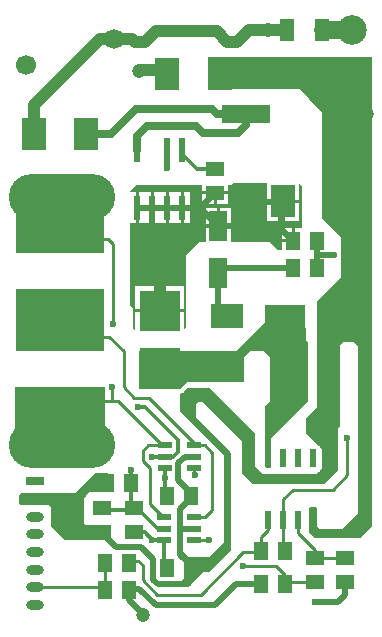
<source format=gtl>
G04 Layer_Physical_Order=1*
G04 Layer_Color=255*
%FSLAX44Y44*%
%MOMM*%
G71*
G01*
G75*
%ADD10O,4.0640X1.5000*%
%ADD11R,4.0640X1.5000*%
%ADD12R,7.3500X2.4000*%
%ADD13R,1.6002X1.2700*%
%ADD14R,0.6000X2.0000*%
%ADD15R,1.5000X2.5000*%
%ADD16R,3.5000X3.5000*%
%ADD17R,3.5000X3.0000*%
%ADD18R,2.1590X2.7430*%
%ADD19R,1.2700X1.6002*%
%ADD20R,2.7430X2.1590*%
%ADD21R,1.3000X1.8500*%
%ADD22R,0.5080X1.5240*%
%ADD23R,1.2000X0.6000*%
%ADD24C,0.5000*%
%ADD25C,1.0000*%
%ADD26C,0.3000*%
%ADD27C,0.7000*%
%ADD28C,0.2540*%
%ADD29C,1.5000*%
%ADD30O,9.0000X3.9000*%
%ADD31R,1.5000X0.8000*%
%ADD32O,1.5000X0.8000*%
%ADD33C,2.5000*%
%ADD34C,1.7000*%
%ADD35C,1.2000*%
%ADD36C,0.6000*%
G36*
X73008Y-335079D02*
Y-373079D01*
X74008Y-374079D01*
X66008Y-382079D01*
X6008D01*
X2008Y-378079D01*
X-2992Y-373079D01*
Y-317079D01*
X73008D01*
Y-335079D01*
D02*
G37*
G36*
X72008Y-287079D02*
X-1992D01*
Y-234079D01*
X72008D01*
Y-287079D01*
D02*
G37*
G36*
X71008Y-146079D02*
X72008Y-147079D01*
Y-188079D01*
Y-204079D01*
X-1992D01*
Y-146079D01*
X2008Y-142079D01*
X3008Y-141079D01*
X66008D01*
X71008Y-146079D01*
D02*
G37*
G36*
X210113Y-158579D02*
X237703D01*
Y-144774D01*
X240008Y-147079D01*
Y-182138D01*
X234188D01*
Y-193139D01*
X232688D01*
Y-194639D01*
X223338D01*
Y-201079D01*
X220008D01*
X219008Y-200079D01*
X213008Y-194079D01*
X179688D01*
Y-182259D01*
X158688D01*
Y-194079D01*
X153008D01*
X151008Y-196079D01*
X142008Y-205079D01*
Y-235079D01*
Y-266079D01*
X140008Y-268079D01*
X139888Y-268199D01*
Y-253919D01*
X98888D01*
Y-268959D01*
X97008Y-267079D01*
Y-266079D01*
Y-251079D01*
X94008Y-248079D01*
Y-217079D01*
Y-151079D01*
X95008Y-150079D01*
X99008Y-146079D01*
X155647D01*
Y-150999D01*
X177649D01*
Y-146079D01*
X180008D01*
X182008Y-144079D01*
X210113D01*
Y-158579D01*
D02*
G37*
G36*
X298837Y-275079D02*
X298837D01*
Y-435250D01*
X290008Y-444079D01*
X289008Y-445079D01*
X251008D01*
X246008Y-440079D01*
Y-422079D01*
Y-420079D01*
X247008Y-419079D01*
X252008D01*
X253008Y-420079D01*
Y-424079D01*
Y-435079D01*
X255008Y-437079D01*
X274008D01*
X283008Y-428079D01*
X287008Y-424079D01*
Y-409079D01*
Y-282079D01*
X284008Y-279079D01*
X275008D01*
X272008Y-282079D01*
Y-305079D01*
Y-350079D01*
X270008Y-352079D01*
Y-373079D01*
Y-388079D01*
X267008Y-391079D01*
X259008Y-399079D01*
X198008D01*
X196008Y-397079D01*
X189008Y-390079D01*
Y-380079D01*
Y-363079D01*
X159008Y-333079D01*
X156008Y-330079D01*
X152008D01*
X151008Y-331079D01*
X150008Y-332079D01*
Y-343079D01*
X155008Y-348079D01*
X180008Y-373079D01*
Y-404079D01*
Y-455079D01*
X177008Y-458079D01*
X161008Y-474079D01*
X156008D01*
X148008Y-482079D01*
X144008Y-486079D01*
X119008D01*
X112008Y-479079D01*
Y-471079D01*
Y-464079D01*
X107008Y-459079D01*
X101008Y-453079D01*
X80008D01*
X74008Y-447079D01*
X39008Y-447079D01*
X27008Y-435079D01*
Y-423079D01*
Y-419079D01*
X25008Y-417079D01*
X2008D01*
X8Y-415079D01*
Y-412079D01*
Y-409079D01*
X2008Y-407079D01*
X48008D01*
X60008Y-395079D01*
X65008Y-390079D01*
X75008D01*
X77008Y-392079D01*
X80008Y-395079D01*
Y-396079D01*
Y-405079D01*
X79008Y-406079D01*
X60008D01*
X57008Y-409079D01*
X55008Y-411079D01*
Y-416079D01*
Y-432079D01*
X57008Y-434079D01*
X68008D01*
X76008Y-442079D01*
X84008Y-450079D01*
X104008D01*
X116008Y-462079D01*
Y-464079D01*
Y-479079D01*
X116498Y-479569D01*
Y-481080D01*
X118009D01*
X119008Y-482079D01*
X137008D01*
X140008Y-479079D01*
Y-465079D01*
X135198Y-460269D01*
Y-459078D01*
X135008D01*
Y-421079D01*
X139008D01*
Y-456079D01*
X144008Y-461079D01*
X161008D01*
X174008Y-448079D01*
Y-393079D01*
Y-375079D01*
X146008Y-347079D01*
X137008Y-338079D01*
Y-329079D01*
Y-323079D01*
X138168Y-321919D01*
X139888D01*
Y-320525D01*
X142334Y-318079D01*
X162008D01*
X180008Y-336079D01*
X200008Y-356079D01*
Y-362079D01*
Y-384079D01*
X201008Y-385079D01*
X207008Y-391079D01*
X252008D01*
X254008Y-389079D01*
X254843Y-388244D01*
X254898D01*
Y-388189D01*
X257008Y-386079D01*
Y-383079D01*
Y-370079D01*
X254898Y-367969D01*
Y-367004D01*
X253933D01*
X252008Y-365079D01*
X243008Y-356079D01*
Y-353079D01*
Y-344079D01*
X247008Y-340079D01*
X253008Y-334079D01*
Y-303079D01*
Y-244079D01*
X258008Y-239079D01*
X273000Y-224087D01*
Y-205711D01*
X273126Y-205079D01*
X273000Y-204447D01*
Y-198000D01*
Y-190000D01*
X257000Y-174000D01*
Y-136000D01*
Y-84000D01*
X246000Y-73000D01*
X238000Y-65000D01*
X160000D01*
Y-38000D01*
X298837D01*
Y-275079D01*
D02*
G37*
G36*
X238008Y-262079D02*
X243008Y-267079D01*
Y-276079D01*
Y-277079D01*
X245008Y-279079D01*
Y-305079D01*
Y-329079D01*
X230008Y-344079D01*
X214008Y-360079D01*
Y-381079D01*
Y-385079D01*
X213008Y-386079D01*
X210008D01*
X209008Y-385079D01*
Y-368079D01*
Y-333079D01*
X212008Y-330079D01*
X213008Y-329079D01*
Y-308079D01*
Y-292079D01*
X208008Y-287079D01*
X196008D01*
X193008Y-290079D01*
X191008Y-292079D01*
Y-304079D01*
Y-312079D01*
X190008Y-313079D01*
X184008D01*
X143008Y-313079D01*
X137008Y-319079D01*
X102008Y-319079D01*
Y-287079D01*
X184008D01*
X196008Y-275079D01*
X210008Y-261079D01*
X238008D01*
Y-262079D01*
D02*
G37*
%LPC*%
G36*
X167688Y-165259D02*
X158688D01*
Y-179259D01*
X167688D01*
Y-165259D01*
D02*
G37*
G36*
X99108Y-152199D02*
X94608D01*
Y-178199D01*
X99108D01*
Y-165199D01*
Y-152199D01*
D02*
G37*
G36*
X179688Y-165259D02*
X170688D01*
Y-179259D01*
X179688D01*
Y-165259D01*
D02*
G37*
G36*
X231188Y-182138D02*
X223338D01*
Y-191639D01*
X231188D01*
Y-182138D01*
D02*
G37*
G36*
X282000Y-268000D02*
X278087D01*
X271764Y-274323D01*
X288799Y-274799D01*
X282000Y-268000D01*
D02*
G37*
G36*
X117888Y-231919D02*
X98888D01*
Y-250919D01*
X117888D01*
Y-231919D01*
D02*
G37*
G36*
X139888D02*
X120888D01*
Y-250919D01*
X139888D01*
Y-231919D01*
D02*
G37*
G36*
X237703Y-161579D02*
X225408D01*
Y-176794D01*
X237703D01*
Y-161579D01*
D02*
G37*
G36*
X222408D02*
X210113D01*
Y-176794D01*
X222408D01*
Y-161579D01*
D02*
G37*
G36*
X144708Y-166699D02*
X140208D01*
Y-178199D01*
X144708D01*
Y-166699D01*
D02*
G37*
G36*
X177649Y-153999D02*
X168148D01*
Y-161849D01*
X177649D01*
Y-153999D01*
D02*
G37*
G36*
X165148D02*
X155647D01*
Y-161849D01*
X165148D01*
Y-153999D01*
D02*
G37*
G36*
X144708Y-152199D02*
X140208D01*
Y-163699D01*
X144708D01*
Y-152199D01*
D02*
G37*
G36*
X119308D02*
X114808D01*
Y-165199D01*
Y-178199D01*
X119308D01*
Y-152199D01*
D02*
G37*
G36*
X111808D02*
X107308D01*
Y-178199D01*
X111808D01*
Y-165199D01*
Y-152199D01*
D02*
G37*
G36*
X106608D02*
X102108D01*
Y-165199D01*
Y-178199D01*
X106608D01*
Y-152199D01*
D02*
G37*
G36*
X137208D02*
X132708D01*
Y-178199D01*
X137208D01*
Y-165199D01*
Y-152199D01*
D02*
G37*
G36*
X132008D02*
X127508D01*
Y-165199D01*
Y-178199D01*
X132008D01*
Y-152199D01*
D02*
G37*
G36*
X124508D02*
X120008D01*
Y-178199D01*
X124508D01*
Y-165199D01*
Y-152199D01*
D02*
G37*
%LPD*%
D10*
X280180Y-86000D02*
D03*
D11*
X192550D02*
D03*
D12*
X35008Y-329329D02*
D03*
Y-274829D02*
D03*
Y-191829D02*
D03*
Y-246329D02*
D03*
D13*
X276008Y-482399D02*
D03*
Y-462079D02*
D03*
X166648Y-132179D02*
D03*
Y-152499D02*
D03*
X71008Y-419919D02*
D03*
Y-440239D02*
D03*
X98008Y-440239D02*
D03*
Y-419919D02*
D03*
X251008Y-482079D02*
D03*
Y-461759D02*
D03*
D14*
X138708Y-116199D02*
D03*
X126008D02*
D03*
X100608D02*
D03*
X138708Y-165199D02*
D03*
X126008D02*
D03*
X113308D02*
D03*
X100608D02*
D03*
D15*
X169188Y-220759D02*
D03*
Y-180759D02*
D03*
D16*
X119388Y-301419D02*
D03*
Y-252419D02*
D03*
D17*
X225468Y-261719D02*
D03*
X275468D02*
D03*
D18*
X126000Y-52000D02*
D03*
X170200D02*
D03*
X223908Y-160079D02*
D03*
X268108D02*
D03*
X57000Y-103000D02*
D03*
X12800D02*
D03*
D19*
X238848Y-308079D02*
D03*
X259168D02*
D03*
X253008Y-193139D02*
D03*
X232688D02*
D03*
X232688Y-215999D02*
D03*
X253008D02*
D03*
X146168Y-470079D02*
D03*
X125848D02*
D03*
X74848Y-398079D02*
D03*
X95168D02*
D03*
X146328Y-409039D02*
D03*
X126008D02*
D03*
X93168Y-489079D02*
D03*
X72848D02*
D03*
X225168Y-456079D02*
D03*
X204848D02*
D03*
X93168Y-466079D02*
D03*
X72848D02*
D03*
X225168Y-484079D02*
D03*
X204848D02*
D03*
D20*
X176808Y-257399D02*
D03*
Y-301599D02*
D03*
D21*
X256508Y-15079D02*
D03*
X227508D02*
D03*
D22*
X211258Y-377624D02*
D03*
X223958D02*
D03*
X236658D02*
D03*
X249358D02*
D03*
Y-429694D02*
D03*
X236658D02*
D03*
X223958D02*
D03*
X211258D02*
D03*
D23*
X148508Y-446579D02*
D03*
Y-437079D02*
D03*
Y-427579D02*
D03*
X123508D02*
D03*
Y-437079D02*
D03*
Y-446579D02*
D03*
X123668Y-385519D02*
D03*
Y-376019D02*
D03*
Y-366519D02*
D03*
X148668D02*
D03*
Y-376019D02*
D03*
Y-385519D02*
D03*
D24*
X240308Y-308079D02*
Y-294379D01*
X279508Y-257679D02*
Y-83919D01*
X170100Y-51000D02*
X265000D01*
X143008Y-326079D02*
X164008D01*
X71008Y-399079D02*
X75008Y-395079D01*
X71008Y-441399D02*
X71328D01*
X93008Y-488079D02*
X102008D01*
X93168Y-497453D02*
X93241D01*
X93008Y-489079D02*
Y-488079D01*
X105000Y-510000D02*
Y-509212D01*
X93241Y-497453D02*
X105000Y-509212D01*
X93168Y-497453D02*
Y-489079D01*
X93008D02*
X93168D01*
X90921D02*
X93008D01*
X280948Y-83919D02*
Y-66948D01*
X265000Y-51000D02*
X280948Y-66948D01*
X141068Y-376019D02*
X148668D01*
X135168Y-381919D02*
X141068Y-376019D01*
X135168Y-396070D02*
Y-381919D01*
X50008Y-412079D02*
Y-409079D01*
X225468Y-279539D02*
X240308Y-294379D01*
X225468Y-279539D02*
Y-261719D01*
X71008Y-441399D02*
Y-440239D01*
X70498Y-441909D02*
X71008Y-441399D01*
X49838Y-411909D02*
X50008Y-412079D01*
X13958Y-411909D02*
X49838D01*
X103796Y-452578D02*
X113998Y-462780D01*
Y-480358D02*
Y-462780D01*
Y-480358D02*
X117719Y-484079D01*
X143008D01*
X102008Y-488079D02*
X116008Y-502079D01*
X166428D01*
X143008Y-484079D02*
X146168Y-480919D01*
Y-470079D01*
X166428Y-502079D02*
X184428Y-484079D01*
X277008Y-442079D02*
X290008Y-429079D01*
X143008Y-340079D02*
Y-326079D01*
Y-340079D02*
X177008Y-374079D01*
Y-453079D02*
Y-374079D01*
X160008Y-470079D02*
X177008Y-453079D01*
X146168Y-470079D02*
X160008D01*
X255008Y-395079D02*
X265008Y-385079D01*
X259168Y-308079D02*
X259988D01*
X260628Y-307439D01*
X219008Y-308079D02*
X238848D01*
X249358Y-438429D02*
X253008Y-442079D01*
X249358Y-438429D02*
Y-429694D01*
X238848Y-331239D02*
Y-308079D01*
X211258Y-358829D02*
X238848Y-331239D01*
X211258Y-377624D02*
Y-358829D01*
X251008Y-499079D02*
X270008D01*
X276008Y-493079D01*
Y-482399D01*
X137008Y-420168D02*
X146328Y-410848D01*
Y-409039D01*
X137008Y-437079D02*
X148508D01*
X137008D02*
Y-420168D01*
Y-459110D02*
Y-437079D01*
X146168Y-470079D02*
Y-468270D01*
X137008Y-459110D02*
X146168Y-468270D01*
X146328Y-409039D02*
Y-407230D01*
X135168Y-396070D02*
X146328Y-407230D01*
X260628Y-307439D02*
Y-276559D01*
X275468Y-261719D01*
X216688D02*
X225468D01*
X176808Y-301599D02*
X216688Y-261719D01*
X169188Y-249779D02*
X176808Y-257399D01*
X169188Y-249779D02*
Y-220759D01*
X176628Y-301419D02*
X176808Y-301599D01*
X119388Y-301419D02*
X176628D01*
X275468Y-261719D02*
X279508Y-257679D01*
X222528Y-182979D02*
Y-160119D01*
X253008Y-193139D02*
X253008Y-193139D01*
X169188Y-220759D02*
X173948Y-215999D01*
X232688D01*
X222528Y-182979D02*
X232688Y-193139D01*
X169188Y-180759D02*
X188658D01*
X209298Y-160119D01*
X222528D01*
X153628Y-165199D02*
X153948D01*
X153628D02*
X169188Y-180759D01*
X138708Y-165199D02*
X153628D01*
X126008D02*
X138708D01*
X113308D02*
X126008D01*
X100608D02*
X113308D01*
X153948D02*
X166648Y-152499D01*
X50008Y-441909D02*
X70498D01*
X50008D02*
Y-412079D01*
X252008Y-359079D02*
X265008Y-372079D01*
Y-385079D02*
Y-372079D01*
X252008Y-359079D02*
Y-346079D01*
X259168Y-338919D01*
Y-308079D01*
X253518Y-205079D02*
X267008D01*
X253008Y-204569D02*
X253518Y-205079D01*
X253008Y-215999D02*
Y-204569D01*
Y-193139D01*
X126008Y-132079D02*
Y-116199D01*
X126008Y-132079D02*
X126008Y-132079D01*
X50008Y-409079D02*
X60008Y-399079D01*
X71008D01*
X71328Y-441399D02*
X82507Y-452578D01*
X103796D01*
X113308Y-224379D02*
Y-165199D01*
X114008Y-247039D02*
X119388Y-252419D01*
X113308Y-224379D02*
X116308D01*
X119388Y-227459D01*
X204008Y-395079D02*
X255008D01*
X195008Y-386079D02*
X204008Y-395079D01*
X195008Y-386079D02*
Y-357079D01*
X164008Y-326079D02*
X195008Y-357079D01*
X290008Y-429079D02*
Y-276259D01*
X275468Y-261719D02*
X290008Y-276259D01*
X253008Y-442079D02*
X262008D01*
X277008D01*
X184428Y-484079D02*
X188008D01*
X195008D01*
X204848D01*
D25*
X194921Y-15079D02*
X227508D01*
X185253Y-24766D02*
X190534Y-19485D01*
X167901Y-16000D02*
X176668Y-24766D01*
X185253D01*
X190534Y-19466D02*
X194921Y-15079D01*
X190534Y-19485D02*
Y-19466D01*
X103000Y-49000D02*
X125900D01*
X116000Y-16000D02*
X167901D01*
X112534Y-19466D02*
X116000Y-16000D01*
X68840Y-22160D02*
X80900D01*
X12800Y-78200D02*
X68840Y-22160D01*
X12800Y-103000D02*
Y-78200D01*
X102000Y-50000D02*
X103000Y-49000D01*
X98668Y-24766D02*
X107253D01*
X112534Y-19485D01*
Y-19466D01*
X96061Y-22160D02*
X98668Y-24766D01*
X80900Y-22160D02*
X96061D01*
X35008Y-191829D02*
X37008Y-189829D01*
Y-156079D01*
X35008Y-274829D02*
Y-246329D01*
X119388Y-252419D02*
Y-227459D01*
D26*
X98008Y-420919D02*
X101848D01*
X95328Y-418239D02*
X98008Y-420919D01*
X95328Y-418239D02*
Y-395079D01*
X71008Y-421079D02*
X97848D01*
X101008Y-334079D02*
X107008D01*
X135008Y-362079D01*
Y-372079D02*
Y-362079D01*
X131068Y-376019D02*
X135008Y-372079D01*
X123668Y-376019D02*
X131068D01*
X106668Y-440239D02*
X113008Y-446579D01*
X98008Y-440239D02*
X106668D01*
X95008Y-394759D02*
X95328Y-395079D01*
X113008Y-376079D02*
X113068Y-376019D01*
X123668D01*
Y-394079D02*
Y-385519D01*
Y-406699D02*
Y-394079D01*
X113008Y-446579D02*
X123508D01*
Y-467739D02*
X125848Y-470079D01*
X123508Y-467739D02*
Y-446579D01*
X118008Y-437079D02*
X123508D01*
X101848Y-420919D02*
X118008Y-437079D01*
X97848Y-421079D02*
X98008Y-420919D01*
X123668Y-406699D02*
X126008Y-409039D01*
X151108Y-132179D02*
X166648D01*
X138708Y-119779D02*
X151108Y-132179D01*
X138708Y-119779D02*
Y-116199D01*
X95008Y-394759D02*
Y-387079D01*
D27*
X99000Y-82000D02*
X164000D01*
X78000Y-103000D02*
X99000Y-82000D01*
X57000Y-103000D02*
X78000D01*
X164000Y-82000D02*
X168000Y-86000D01*
X192550D01*
X186000Y-102000D02*
X192550Y-95450D01*
Y-86000D01*
X156000Y-102000D02*
X186000D01*
X109016Y-96000D02*
X150000D01*
X156000Y-102000D01*
X109008Y-95992D02*
X109016Y-96000D01*
X109008Y-96079D02*
Y-95992D01*
X100608Y-116199D02*
Y-104479D01*
X109008Y-96079D01*
D28*
X225168Y-482079D02*
X251008D01*
X190008Y-457079D02*
X204848D01*
X93168Y-464079D02*
X101008D01*
X223958Y-455869D02*
X225168Y-457079D01*
X109568Y-366519D02*
X121448D01*
X80008Y-264079D02*
Y-196079D01*
X75758Y-191829D02*
X80008Y-196079D01*
X35008Y-191829D02*
X75758D01*
X79008Y-329329D02*
X84258D01*
X35008D02*
X79008D01*
Y-317079D01*
X84258Y-329329D02*
X121448Y-366519D01*
X123668D01*
X89008Y-317079D02*
Y-287079D01*
X148668Y-366519D02*
Y-364739D01*
X110008Y-326079D02*
X148668Y-364739D01*
X98008Y-326079D02*
X110008D01*
X89008Y-317079D02*
X98008Y-326079D01*
X76758Y-274829D02*
X89008Y-287079D01*
X35008Y-363954D02*
X36960Y-365906D01*
X35008Y-363954D02*
Y-329329D01*
Y-274829D02*
X76758D01*
X101008Y-464079D02*
X105008Y-468079D01*
Y-480942D02*
Y-468079D01*
Y-480942D02*
X117145Y-493079D01*
X72848Y-466079D02*
Y-464079D01*
Y-485579D02*
Y-466079D01*
X71518Y-486909D02*
X72848Y-485579D01*
X117145Y-493079D02*
X154008D01*
X190008Y-457079D01*
X236658Y-440729D02*
X251008Y-455079D01*
X236658Y-440729D02*
Y-429694D01*
X148668Y-391739D02*
X149008Y-392079D01*
X148668Y-391739D02*
Y-385519D01*
X225168Y-482079D02*
Y-476239D01*
Y-484079D02*
Y-482079D01*
X190008Y-469079D02*
X218008D01*
X225168Y-476239D01*
X204848Y-456079D02*
Y-444239D01*
Y-457079D02*
Y-456079D01*
X251008Y-461759D02*
Y-455079D01*
X211258Y-437829D02*
Y-429694D01*
X204848Y-444239D02*
X211258Y-437829D01*
X105008Y-371079D02*
X109568Y-366519D01*
X105008Y-380079D02*
Y-371079D01*
Y-380079D02*
X111008Y-386079D01*
X160508Y-446579D02*
X161008Y-447079D01*
X148508Y-446579D02*
X160508D01*
X71518Y-486909D02*
X72688Y-488079D01*
X13958Y-486909D02*
X71518D01*
X275688Y-461759D02*
X276008Y-462079D01*
X251008Y-461759D02*
X275688D01*
X278008Y-392079D02*
Y-360079D01*
X266008Y-404079D02*
X278008Y-392079D01*
X232008Y-404079D02*
X266008D01*
X223958Y-412129D02*
X232008Y-404079D01*
X223958Y-429694D02*
Y-412129D01*
Y-455869D02*
Y-429694D01*
X111008Y-416079D02*
Y-386079D01*
Y-416079D02*
X122508Y-427579D01*
X123508D01*
X148668Y-366519D02*
X157448D01*
X148508Y-427579D02*
X157508D01*
X164008Y-421079D01*
Y-373079D01*
X157448Y-366519D02*
X164008Y-373079D01*
D29*
X258008Y-15079D02*
X282008D01*
D30*
X36960Y-365906D02*
D03*
X37008Y-156079D02*
D03*
D31*
X13958Y-396909D02*
D03*
D32*
Y-411909D02*
D03*
Y-426909D02*
D03*
Y-441909D02*
D03*
Y-456909D02*
D03*
Y-471909D02*
D03*
Y-486909D02*
D03*
Y-501909D02*
D03*
D33*
X282008Y-15079D02*
D03*
D34*
X5900Y-44160D02*
D03*
X80900Y-22160D02*
D03*
D35*
X105000Y-510000D02*
D03*
X102000Y-50000D02*
D03*
X211000Y-15000D02*
D03*
X143008Y-326079D02*
D03*
X219008Y-308079D02*
D03*
D36*
X79008Y-317079D02*
D03*
X101008Y-334079D02*
D03*
X80008Y-264079D02*
D03*
X149008Y-392079D02*
D03*
X190008Y-469079D02*
D03*
X253008Y-442079D02*
D03*
X113008Y-376079D02*
D03*
X123668Y-394079D02*
D03*
X113008Y-446579D02*
D03*
X161008Y-447079D02*
D03*
X251008Y-499079D02*
D03*
X278008Y-360079D02*
D03*
X252008Y-359079D02*
D03*
X267008Y-205079D02*
D03*
X126008Y-132079D02*
D03*
X155008Y-322079D02*
D03*
X262008Y-442079D02*
D03*
X188008Y-484079D02*
D03*
X195008D02*
D03*
X95008Y-387079D02*
D03*
M02*

</source>
